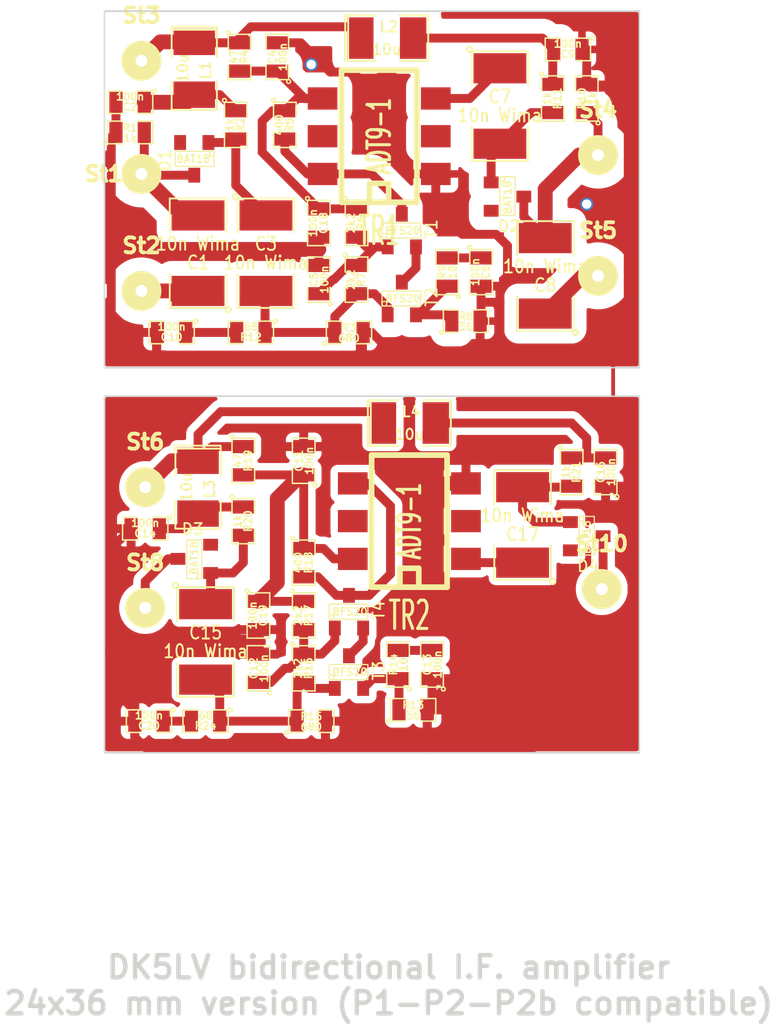
<source format=kicad_pcb>
(kicad_pcb (version 20221018) (generator pcbnew)
  (layers (0 "F.Cu" signal "Dessus.Cu") (31 "B.Cu" signal "Dessous.Cu") (34 "B.Paste" user "Dessous.Pate") (35 "F.Paste" user "Dessus.Pate") (36 "B.SilkS" user "Dessous.SilkS") (37 "F.SilkS" user "Dessus.SilkS") (38 "B.Mask" user "Dessous.Masque") (39 "F.Mask" user "Dessus.Masque") (44 "Edge.Cuts" user "Contours.Ci"))
  (net 0 "")
  (net 1 "GND")
  (net 2 "N-000001")
  (net 3 "N-0000010")
  (net 4 "N-0000011")
  (net 5 "N-0000012")
  (net 6 "N-0000013")
  (net 7 "N-0000014")
  (net 8 "N-0000015")
  (net 9 "N-0000016")
  (net 10 "N-0000017")
  (net 11 "N-0000019")
  (net 12 "N-000002")
  (net 13 "N-0000022")
  (net 14 "N-0000023")
  (net 15 "N-0000024")
  (net 16 "N-0000026")
  (net 17 "N-0000027")
  (net 18 "N-0000028")
  (net 19 "N-0000029")
  (net 20 "N-000003")
  (net 21 "N-0000030")
  (net 22 "N-0000031")
  (net 23 "N-0000032")
  (net 24 "N-0000033")
  (net 25 "N-0000034")
  (net 26 "N-0000035")
  (net 27 "N-0000036")
  (net 28 "N-0000037")
  (net 29 "N-0000038")
  (net 30 "N-0000039")
  (net 31 "N-000005")
  (net 32 "N-000006")
  (net 33 "N-000007")
  (net 34 "N-000008")
  (net 35 "N-000009")
  (footprint "SOT23" (layer "F.Cu") (at 335.534 216.154 180)
    (fp_text reference "D1")
    (fp_text value "BAT18")
  )
  (footprint "SOT23" (layer "F.Cu") (at 361.95 241.554 -90)
    (fp_text reference "D4")
    (fp_text value "BAT18")
  )
  (footprint "SOT23" (layer "F.Cu") (at 345.948 250.698)
    (fp_text reference "T3")
    (fp_text value "BFS20")
  )
  (footprint "SOT23" (layer "F.Cu") (at 345.948 246.634)
    (fp_text reference "T4")
    (fp_text value "BFS20")
  )
  (footprint "SOT23" (layer "F.Cu") (at 335.534 243.078 90)
    (fp_text reference "D3")
    (fp_text value "BAT18")
  )
  (footprint "SOT23" (layer "F.Cu") (at 356.616 218.694 -90)
    (fp_text reference "D2")
    (fp_text value "BAT18")
  )
  (footprint "SOT23" (layer "F.Cu") (at 349.504 225.552)
    (fp_text reference "T2")
    (fp_text value "BFS20")
  )
  (footprint "SOT23" (layer "F.Cu") (at 349.504 220.98)
    (fp_text reference "T1")
    (fp_text value "BFS20")
  )
  (footprint "SM1812L" (layer "F.Cu") (at 335.788 222.504 90)
    (fp_text reference "C1")
    (fp_text value "10n Wima")
  )
  (footprint "SM1812L" (layer "F.Cu") (at 357.632 240.792 90)
    (fp_text reference "C17")
    (fp_text value "10n Wima")
  )
  (footprint "SM1812L" (layer "F.Cu") (at 336.296 248.666 -90)
    (fp_text reference "C15")
    (fp_text value "10n Wima")
  )
  (footprint "SM1812L" (layer "F.Cu") (at 359.156 224.028 90)
    (fp_text reference "C8")
    (fp_text value "10n Wima")
  )
  (footprint "SM1812L" (layer "F.Cu") (at 356.108 212.598 -90)
    (fp_text reference "C7")
    (fp_text value "10n Wima")
  )
  (footprint "SM1812L" (layer "F.Cu") (at 340.36 222.504 -90)
    (fp_text reference "C3")
    (fp_text value "10n Wima")
  )
  (footprint "SM1210L" (layer "F.Cu") (at 335.788 238.252 -90)
    (fp_text reference "L3")
    (fp_text value "10u")
  )
  (footprint "SM1210L" (layer "F.Cu") (at 348.488 208.026)
    (fp_text reference "L2")
    (fp_text value "10u")
  )
  (footprint "SM1210L" (layer "F.Cu") (at 350.012 233.934)
    (fp_text reference "L4")
    (fp_text value "10u")
  )
  (footprint "SM1210L" (layer "F.Cu") (at 335.534 210.058 -90)
    (fp_text reference "L1")
    (fp_text value "10u")
  )
  (footprint "SM0805" (layer "F.Cu") (at 343.408 254)
    (fp_text reference "R15")
    (fp_text value "680")
  )
  (footprint "SM0805" (layer "F.Cu") (at 336.296 254 180)
    (fp_text reference "R24")
    (fp_text value "68")
  )
  (footprint "SM0805" (layer "F.Cu") (at 342.9 250.444 -90)
    (fp_text reference "R16")
    (fp_text value "2k2")
  )
  (footprint "SM0805" (layer "F.Cu") (at 339.852 250.444 90)
    (fp_text reference "C12")
    (fp_text value "100n")
  )
  (footprint "SM0805" (layer "F.Cu") (at 342.9 246.888 -90)
    (fp_text reference "R17")
    (fp_text value "2k2")
  )
  (footprint "SM0805" (layer "F.Cu") (at 339.852 246.888 -90)
    (fp_text reference "C19")
    (fp_text value "100n")
  )
  (footprint "SM0805" (layer "F.Cu") (at 342.9 243.332 -90)
    (fp_text reference "R18")
    (fp_text value "400")
  )
  (footprint "SM0805" (layer "F.Cu") (at 338.836 236.474 -90)
    (fp_text reference "R19")
    (fp_text value "47")
  )
  (footprint "SM0805" (layer "F.Cu") (at 342.9 236.474 90)
    (fp_text reference "C11")
    (fp_text value "100n")
  )
  (footprint "SM0805" (layer "F.Cu") (at 361.95 212.09 90)
    (fp_text reference "R10")
    (fp_text value "1k")
  )
  (footprint "SM0805" (layer "F.Cu") (at 331.216 212.344 180)
    (fp_text reference "C2")
    (fp_text value "100n")
  )
  (footprint "SM0805" (layer "F.Cu") (at 338.328 213.868 -90)
    (fp_text reference "R2")
    (fp_text value "1k")
  )
  (footprint "SM0805" (layer "F.Cu") (at 360.934 237.236 -90)
    (fp_text reference "R21")
    (fp_text value "1k")
  )
  (footprint "SM0805" (layer "F.Cu") (at 363.22 237.236 90)
    (fp_text reference "C16")
    (fp_text value "100n")
  )
  (footprint "SM0805" (layer "F.Cu") (at 350.266 253.238)
    (fp_text reference "R13")
    (fp_text value "56")
  )
  (footprint "SM0805" (layer "F.Cu") (at 349.25 250.19 90)
    (fp_text reference "R14")
    (fp_text value "10")
  )
  (footprint "SM0805" (layer "F.Cu") (at 351.536 250.19 90)
    (fp_text reference "C13")
    (fp_text value "100n")
  )
  (footprint "SM0805" (layer "F.Cu") (at 332.486 254 180)
    (fp_text reference "C20")
    (fp_text value "100n")
  )
  (footprint "SM0805" (layer "F.Cu") (at 338.582 209.296 -90)
    (fp_text reference "R4")
    (fp_text value "47")
  )
  (footprint "SM0805" (layer "F.Cu") (at 341.122 209.296 90)
    (fp_text reference "C4")
    (fp_text value "100n")
  )
  (footprint "SM0805" (layer "F.Cu") (at 331.216 214.376)
    (fp_text reference "R1")
    (fp_text value "1k")
  )
  (footprint "SM0805" (layer "F.Cu") (at 343.916 220.472 -90)
    (fp_text reference "C18")
    (fp_text value "100n")
  )
  (footprint "SM0805" (layer "F.Cu") (at 346.456 220.472 -90)
    (fp_text reference "R6")
    (fp_text value "2k2")
  )
  (footprint "SM0805" (layer "F.Cu") (at 343.916 224.282 90)
    (fp_text reference "C5")
    (fp_text value "100n")
  )
  (footprint "SM0805" (layer "F.Cu") (at 346.456 224.282 -90)
    (fp_text reference "R7")
    (fp_text value "2k2")
  )
  (footprint "SM0805" (layer "F.Cu") (at 359.664 212.09 -90)
    (fp_text reference "R11")
    (fp_text value "1k")
  )
  (footprint "SM0805" (layer "F.Cu") (at 360.68 208.788 180)
    (fp_text reference "C9")
    (fp_text value "100n")
  )
  (footprint "SM0805" (layer "F.Cu") (at 353.822 227.076)
    (fp_text reference "R8")
    (fp_text value "56")
  )
  (footprint "SM0805" (layer "F.Cu") (at 352.552 223.774 90)
    (fp_text reference "R9")
    (fp_text value "10")
  )
  (footprint "SM0805" (layer "F.Cu") (at 354.838 223.774 -90)
    (fp_text reference "C6")
    (fp_text value "100n")
  )
  (footprint "SM0805" (layer "F.Cu") (at 345.948 227.838)
    (fp_text reference "R3")
    (fp_text value "680")
  )
  (footprint "SM0805" (layer "F.Cu") (at 334.01 227.838 180)
    (fp_text reference "C10")
    (fp_text value "100n")
  )
  (footprint "SM0805" (layer "F.Cu") (at 338.836 240.538 -90)
    (fp_text reference "R20")
    (fp_text value "1k")
  )
  (footprint "SM0805" (layer "F.Cu") (at 339.344 227.838 180)
    (fp_text reference "R12")
    (fp_text value "68")
  )
  (footprint "SM0805" (layer "F.Cu") (at 332.232 241.046 180)
    (fp_text reference "C14")
    (fp_text value "100n")
  )
  (footprint "SM0805" (layer "F.Cu") (at 341.63 213.868 -90)
    (fp_text reference "R5")
    (fp_text value "400")
  )
  (footprint "DIP-6__300" (layer "F.Cu") (at 350.012 240.538 90)
    (fp_text reference "TR2")
    (fp_text value "ADT9-1")
  )
  (footprint "DIP-6__300" (layer "F.Cu") (at 347.98 214.63 90)
    (fp_text reference "TR1")
    (fp_text value "ADT9-1")
  )
  (footprint "1pin_sm" (layer "F.Cu") (at 362.712 224.028)
    (fp_text reference "St5")
    (fp_text value "CONN_1" hide)
  )
  (footprint "1pin_sm" (layer "F.Cu") (at 331.978 225.044)
    (fp_text reference "St2")
    (fp_text value "CONN_1" hide)
  )
  (footprint "1pin_sm" (layer "F.Cu") (at 332.232 238.252)
    (fp_text reference "St6")
    (fp_text value "CONN_1" hide)
  )
  (footprint "1pin_sm" (layer "F.Cu") (at 331.978 209.55)
    (fp_text reference "St3")
    (fp_text value "CONN_1" hide)
  )
  (footprint "1pin_sm" (layer "F.Cu") (at 331.978 217.17)
    (fp_text reference "St1")
    (fp_text value "CONN_1" hide)
  )
  (footprint "1pin_sm" (layer "F.Cu") (at 362.966 245.11)
    (fp_text reference "St10")
    (fp_text value "CONN_1" hide)
  )
  (footprint "1pin_sm" (layer "F.Cu") (at 332.232 246.38)
    (fp_text reference "St8")
    (fp_text value "CONN_1" hide)
  )
  (footprint "1pin_sm" (layer "F.Cu") (at 362.712 215.9)
    (fp_text reference "St4")
    (fp_text value "CONN_1" hide)
  )
  (gr_line (start 329.49 256.13) (end 329.49 232.13) (stroke (width 0.1)) (layer "Edge.Cuts"))
  (gr_line (start 329.49 206.21) (end 365.49 206.21) (stroke (width 0.1)) (layer "Edge.Cuts"))
  (gr_line (start 329.49 232.13) (end 365.49 232.13) (stroke (width 0.1)) (layer "Edge.Cuts"))
  (gr_line (start 329.49 230.21) (end 329.49 206.21) (stroke (width 0.1)) (layer "Edge.Cuts"))
  (gr_line (start 329.49 206.21) (end 365.49 206.21) (stroke (width 0.1)) (layer "Edge.Cuts"))
  (gr_line (start 365.49 230.21) (end 329.49 230.21) (stroke (width 0.1)) (layer "Edge.Cuts"))
  (gr_line (start 365.49 256.13) (end 329.49 256.13) (stroke (width 0.1)) (layer "Edge.Cuts"))
  (gr_line (start 365.49 232.13) (end 365.49 256.13) (stroke (width 0.1)) (layer "Edge.Cuts"))
  (gr_line (start 365.49 206.21) (end 365.49 230.21) (stroke (width 0.1)) (layer "Edge.Cuts"))
  (gr_text "DK5LV bidirectional I.F. amplifier\n24x36 mm version (P1-P2-P2b compatible)" (at 348.615 271.78) (layer "Edge.Cuts") (effects (font (size 1.5 1.5) (thickness 0.3))))
  (segment (start 343.916 222.25) (end 343.916 223.3295) (width 0.6) (layer "F.Cu") (net 1))
  (segment (start 330.454 222.25) (end 329.946 222.758) (width 0.6) (layer "F.Cu") (net 1))
  (segment (start 329.946 222.758) (end 329.946 223.012) (width 0.6) (layer "F.Cu") (net 1))
  (segment (start 329.946 226.568) (end 330.073 226.695) (width 0.6) (layer "F.Cu") (net 1))
  (segment (start 331.216 227.838) (end 333.0575 227.838) (width 0.6) (layer "F.Cu") (net 1))
  (segment (start 354.838 227.0125) (end 354.7745 227.076) (width 0.6) (layer "F.Cu") (net 1))
  (segment (start 329.946 223.012) (end 329.946 226.568) (width 0.6) (layer "F.Cu") (net 1))
  (segment (start 329.946 214.6935) (end 330.2635 214.376) (width 0.6) (layer "F.Cu") (net 1))
  (segment (start 342.7095 208.3435) (end 343.408 209.042) (width 0.6) (layer "F.Cu") (net 1))
  (segment (start 344.678 210.312) (end 346.202 210.312) (width 0.6) (layer "F.Cu") (net 1))
  (segment (start 346.202 210.312) (end 347.472 211.582) (width 0.6) (layer "F.Cu") (net 1))
  (segment (start 348.488 212.598) (end 348.488 215.9) (width 0.6) (layer "F.Cu") (net 1))
  (segment (start 348.488 215.9) (end 349.758 217.17) (width 0.6) (layer "F.Cu") (net 1))
  (segment (start 349.758 217.17) (end 351.79 217.17) (width 0.6) (layer "F.Cu") (net 1))
  (segment (start 351.79 219.456) (end 353.568 221.234) (width 0.6) (layer "F.Cu") (net 1))
  (segment (start 353.568 221.234) (end 355.854 221.234) (width 0.6) (layer "F.Cu") (net 1))
  (segment (start 355.854 221.234) (end 356.616 221.996) (width 0.6) (layer "F.Cu") (net 1))
  (segment (start 356.616 221.996) (end 356.616 224.282) (width 0.6) (layer "F.Cu") (net 1))
  (segment (start 356.616 224.282) (end 356.1715 224.7265) (width 0.6) (layer "F.Cu") (net 1))
  (segment (start 356.1715 224.7265) (end 354.838 224.7265) (width 0.6) (layer "F.Cu") (net 1))
  (segment (start 347.472 227.838) (end 348.996 229.362) (width 0.6) (layer "F.Cu") (net 1))
  (segment (start 348.996 229.362) (end 350.774 229.362) (width 0.6) (layer "F.Cu") (net 1))
  (segment (start 354.076 229.362) (end 354.7745 228.6635) (width 0.6) (layer "F.Cu") (net 1))
  (segment (start 354.7745 228.6635) (end 354.7745 227.076) (width 0.6) (layer "F.Cu") (net 1))
  (segment (start 330.073 226.695) (end 331.216 227.838) (width 0.6) (layer "F.Cu") (net 1))
  (segment (start 330.073 228.473) (end 330.962 229.362) (width 0.6) (layer "F.Cu") (net 1))
  (segment (start 330.962 229.362) (end 332.994 229.362) (width 0.6) (layer "F.Cu") (net 1))
  (segment (start 350.774 229.362) (end 353.822 229.362) (width 0.6) (layer "F.Cu") (net 1))
  (segment (start 353.822 229.362) (end 354.076 229.362) (width 0.6) (layer "F.Cu") (net 1))
  (segment (start 362.458 229.362) (end 363.728 228.092) (width 0.6) (layer "F.Cu") (net 1))
  (segment (start 364.744 227.076) (end 364.744 219.202) (width 0.6) (layer "F.Cu") (net 1))
  (segment (start 364.744 211.836) (end 364.236 211.328) (width 0.6) (layer "F.Cu") (net 1))
  (segment (start 364.236 211.328) (end 362.1405 211.328) (width 0.6) (layer "F.Cu") (net 1))
  (segment (start 362.1405 211.328) (end 361.95 211.1375) (width 0.6) (layer "F.Cu") (net 1))
  (segment (start 361.95 209.1055) (end 361.6325 208.788) (width 0.6) (layer "F.Cu") (net 1))
  (segment (start 347.472 211.582) (end 348.488 212.598) (width 0.6) (layer "F.Cu") (net 1))
  (segment (start 364.744 219.202) (end 364.744 211.836) (width 0.6) (layer "F.Cu") (net 1))
  (segment (start 356.108 229.362) (end 361.188 229.362) (width 0.6) (layer "F.Cu") (net 1))
  (segment (start 356.108 224.7265) (end 356.1715 224.7265) (width 0.6) (layer "F.Cu") (net 1))
  (segment (start 356.108 225.806) (end 356.108 224.7265) (width 0.6) (layer "F.Cu") (net 1))
  (segment (start 354.838 225.806) (end 354.838 227.0125) (width 0.6) (layer "F.Cu") (net 1))
  (segment (start 346.71 229.362) (end 350.774 229.362) (width 0.6) (layer "F.Cu") (net 1))
  (segment (start 346.71 228.0285) (end 346.9005 227.838) (width 0.6) (layer "F.Cu") (net 1))
  (segment (start 332.994 229.362) (end 346.71 229.362) (width 0.6) (layer "F.Cu") (net 1))
  (segment (start 332.994 227.9015) (end 333.0575 227.838) (width 0.6) (layer "F.Cu") (net 1))
  (segment (start 343.408 209.042) (end 344.678 210.312) (width 0.6) (layer "F.Cu") (net 1))
  (segment (start 351.536 252.9205) (end 351.2185 253.238) (width 0.6) (layer "F.Cu") (net 1))
  (segment (start 352.552 237.998) (end 351.028 239.522) (width 1) (layer "F.Cu") (net 1))
  (segment (start 351.028 239.522) (end 351.028 244.602) (width 1) (layer "F.Cu") (net 1))
  (segment (start 351.028 244.602) (end 353.568 247.142) (width 1) (layer "F.Cu") (net 1))
  (segment (start 353.568 247.142) (end 353.568 250.8885) (width 1) (layer "F.Cu") (net 1))
  (segment (start 353.568 250.8885) (end 351.2185 253.238) (width 1) (layer "F.Cu") (net 1))
  (segment (start 363.6645 238.1885) (end 364.998 239.522) (width 0.6) (layer "F.Cu") (net 1))
  (segment (start 364.998 239.522) (end 364.998 249.174) (width 0.6) (layer "F.Cu") (net 1))
  (segment (start 364.998 249.174) (end 361.188 252.984) (width 0.6) (layer "F.Cu") (net 1))
  (segment (start 360.934 253.238) (end 351.2185 253.238) (width 0.6) (layer "F.Cu") (net 1))
  (segment (start 331.5335 255.0795) (end 332.232 255.778) (width 0.6) (layer "F.Cu") (net 1))
  (segment (start 332.232 255.778) (end 344.424 255.778) (width 0.6) (layer "F.Cu") (net 1))
  (segment (start 358.394 255.778) (end 361.188 252.984) (width 0.6) (layer "F.Cu") (net 1))
  (segment (start 361.188 252.984) (end 360.934 253.238) (width 0.6) (layer "F.Cu") (net 1))
  (segment (start 351.2185 255.778) (end 351.028 255.778) (width 0.6) (layer "F.Cu") (net 1))
  (segment (start 351.028 255.778) (end 358.394 255.778) (width 0.6) (layer "F.Cu") (net 1))
  (segment (start 344.3605 255.778) (end 344.424 255.778) (width 0.6) (layer "F.Cu") (net 1))
  (segment (start 344.424 255.778) (end 348.996 255.778) (width 0.6) (layer "F.Cu") (net 1))
  (segment (start 345.7575 235.5215) (end 346.456 236.22) (width 0.6) (layer "F.Cu") (net 1))
  (segment (start 346.456 236.22) (end 348.996 236.22) (width 0.6) (layer "F.Cu") (net 1))
  (segment (start 348.996 236.22) (end 350.774 237.998) (width 0.6) (layer "F.Cu") (net 1))
  (segment (start 350.774 237.998) (end 353.822 237.998) (width 0.6) (layer "F.Cu") (net 1))
  (segment (start 331.5335 253.3015) (end 329.946 251.714) (width 0.6) (layer "F.Cu") (net 1))
  (segment (start 329.946 251.714) (end 329.946 249.428) (width 0.6) (layer "F.Cu") (net 1))
  (segment (start 329.946 242.3795) (end 331.2795 241.046) (width 0.6) (layer "F.Cu") (net 1))
  (segment (start 347.218 254) (end 348.996 255.778) (width 0.6) (layer "F.Cu") (net 1))
  (segment (start 348.996 255.778) (end 351.028 255.778) (width 0.6) (layer "F.Cu") (net 1))
  (segment (start 339.852 248.666) (end 339.852 247.8405) (width 0.6) (layer "F.Cu") (net 1))
  (segment (start 330.708 248.666) (end 329.946 249.428) (width 1) (layer "F.Cu") (net 1))
  (segment (start 329.946 249.428) (end 329.946 242.3795) (width 0.6) (layer "F.Cu") (net 1))
  (segment (start 361.188 229.362) (end 362.458 229.362) (width 0.6) (layer "F.Cu") (net 1))
  (segment (start 363.728 228.092) (end 364.744 227.076) (width 0.6) (layer "F.Cu") (net 1))
  (segment (start 363.728 233.172) (end 364.998 234.442) (width 0.254) (layer "F.Cu") (net 1))
  (segment (start 364.998 234.442) (end 364.998 239.522) (width 0.254) (layer "F.Cu") (net 1))
  (segment (start 343.916 222.25) (end 330.454 222.25) (width 1) (layer "F.Cu") (net 1))
  (segment (start 361.95 211.1375) (end 361.95 209.1055) (width 0.6) (layer "F.Cu") (net 1))
  (segment (start 346.71 229.362) (end 346.71 228.0285) (width 0.6) (layer "F.Cu") (net 1))
  (segment (start 353.822 237.998) (end 352.552 237.998) (width 1) (layer "F.Cu") (net 1))
  (segment (start 363.22 238.1885) (end 363.6645 238.1885) (width 0.6) (layer "F.Cu") (net 1))
  (segment (start 343.408 209.042) (end 343.408 209.804) (width 0.6) (layer "F.Cu") (net 1))
  (segment (start 363.728 228.092) (end 363.728 233.172) (width 0.254) (layer "F.Cu") (net 1))
  (segment (start 331.5335 254) (end 331.5335 255.0795) (width 0.6) (layer "F.Cu") (net 1))
  (segment (start 344.3605 254) (end 347.218 254) (width 0.6) (layer "F.Cu") (net 1))
  (segment (start 364.744 219.202) (end 361.95 219.202) (width 1) (layer "F.Cu") (net 1))
  (segment (start 351.79 217.17) (end 351.79 219.456) (width 0.6) (layer "F.Cu") (net 1))
  (segment (start 351.2185 253.238) (end 351.2185 255.778) (width 0.6) (layer "F.Cu") (net 1))
  (segment (start 330.2635 212.344) (end 330.2635 214.376) (width 0.6) (layer "F.Cu") (net 1))
  (segment (start 351.536 251.1425) (end 351.536 252.9205) (width 0.6) (layer "F.Cu") (net 1))
  (segment (start 339.852 248.666) (end 330.708 248.666) (width 1) (layer "F.Cu") (net 1))
  (segment (start 354.838 224.7265) (end 354.838 225.806) (width 0.6) (layer "F.Cu") (net 1))
  (segment (start 341.122 208.3435) (end 342.7095 208.3435) (width 0.6) (layer "F.Cu") (net 1))
  (segment (start 346.9005 227.838) (end 347.472 227.838) (width 0.6) (layer "F.Cu") (net 1))
  (segment (start 330.073 226.695) (end 330.073 228.473) (width 0.6) (layer "F.Cu") (net 1))
  (segment (start 329.946 223.012) (end 329.946 214.6935) (width 0.6) (layer "F.Cu") (net 1))
  (segment (start 332.994 229.362) (end 332.994 227.9015) (width 0.6) (layer "F.Cu") (net 1))
  (segment (start 331.5335 254) (end 331.5335 253.3015) (width 0.6) (layer "F.Cu") (net 1))
  (segment (start 339.852 249.4915) (end 339.852 248.666) (width 0.6) (layer "F.Cu") (net 1))
  (segment (start 356.108 229.362) (end 356.108 225.806) (width 0.6) (layer "F.Cu") (net 1))
  (segment (start 343.916 221.4245) (end 343.916 222.25) (width 0.6) (layer "F.Cu") (net 1))
  (segment (start 344.3605 254) (end 344.3605 255.778) (width 0.6) (layer "F.Cu") (net 1))
  (segment (start 353.822 229.362) (end 356.108 229.362) (width 0.6) (layer "F.Cu") (net 1))
  (segment (start 356.108 225.806) (end 354.838 225.806) (width 0.6) (layer "F.Cu") (net 1))
  (segment (start 342.9 235.5215) (end 345.7575 235.5215) (width 0.6) (layer "F.Cu") (net 1))
  (via (at 343.408 209.804) (size 0.889) (drill 0.635) (layers "F.Cu" "B.Cu") (net 1))
  (via (at 361.95 219.202) (size 0.889) (drill 0.635) (layers "F.Cu" "B.Cu") (net 1))
  (segment (start 347.55582 251.1425) (end 346.9005 251.79782) (width 0.6) (layer "F.Cu") (net 2))
  (segment (start 349.3135 251.206) (end 349.25 251.1425) (width 0.6) (layer "F.Cu") (net 2))
  (segment (start 349.3135 253.238) (end 349.3135 251.206) (width 0.6) (layer "F.Cu") (net 2))
  (segment (start 349.25 251.1425) (end 347.55582 251.1425) (width 0.6) (layer "F.Cu") (net 2))
  (segment (start 342.4555 251.841) (end 342.9 251.3965) (width 0.6) (layer "F.Cu") (net 3))
  (segment (start 337.2485 252.1585) (end 336.296 251.206) (width 0.6) (layer "F.Cu") (net 3))
  (segment (start 343.30132 251.79782) (end 342.9 251.3965) (width 0.6) (layer "F.Cu") (net 3))
  (segment (start 344.9955 251.79782) (end 343.30132 251.79782) (width 0.6) (layer "F.Cu") (net 3))
  (segment (start 337.2485 254) (end 342.4555 254) (width 0.6) (layer "F.Cu") (net 3))
  (segment (start 342.4555 254) (end 342.4555 251.841) (width 0.6) (layer "F.Cu") (net 3))
  (segment (start 337.2485 254) (end 337.2485 252.1585) (width 0.6) (layer "F.Cu") (net 3))
  (segment (start 347.218 237.998) (end 348.742 239.522) (width 0.6) (layer "F.Cu") (net 4))
  (segment (start 348.742 239.522) (end 348.742 244.094) (width 0.6) (layer "F.Cu") (net 4))
  (segment (start 348.742 244.094) (end 347.30182 245.53418) (width 0.6) (layer "F.Cu") (net 4))
  (segment (start 347.30182 245.53418) (end 345.948 245.53418) (width 0.6) (layer "F.Cu") (net 4))
  (segment (start 343.8525 244.2845) (end 345.10218 245.53418) (width 0.6) (layer "F.Cu") (net 4))
  (segment (start 345.10218 245.53418) (end 345.948 245.53418) (width 0.6) (layer "F.Cu") (net 4))
  (segment (start 342.9 244.2845) (end 343.8525 244.2845) (width 0.6) (layer "F.Cu") (net 4))
  (segment (start 346.202 237.998) (end 347.218 237.998) (width 0.6) (layer "F.Cu") (net 4))
  (segment (start 346.9005 248.64568) (end 345.948 249.59818) (width 0.6) (layer "F.Cu") (net 5))
  (segment (start 346.9005 247.73382) (end 346.9005 248.64568) (width 0.6) (layer "F.Cu") (net 5))
  (segment (start 333.756 243.078) (end 332.232 244.602) (width 0.6) (layer "F.Cu") (net 6))
  (segment (start 332.232 244.602) (end 332.232 246.38) (width 0.6) (layer "F.Cu") (net 6))
  (segment (start 334.43418 243.078) (end 333.756 243.078) (width 0.6) (layer "F.Cu") (net 6))
  (segment (start 332.1685 216.9795) (end 331.978 217.17) (width 0.6) (layer "F.Cu") (net 7))
  (segment (start 332.06182 217.25382) (end 331.978 217.17) (width 0.6) (layer "F.Cu") (net 7))
  (segment (start 334.772 219.964) (end 331.978 217.17) (width 1) (layer "F.Cu") (net 7))
  (segment (start 332.1685 214.376) (end 332.1685 216.9795) (width 0.6) (layer "F.Cu") (net 7))
  (segment (start 335.534 217.25382) (end 332.06182 217.25382) (width 0.6) (layer "F.Cu") (net 7))
  (segment (start 335.788 219.964) (end 334.772 219.964) (width 1) (layer "F.Cu") (net 7))
  (segment (start 363.04982 245.02618) (end 362.966 245.11) (width 0.6) (layer "F.Cu") (net 8))
  (segment (start 363.04982 241.554) (end 363.04982 245.02618) (width 0.6) (layer "F.Cu") (net 8))
  (segment (start 350.4565 223.49968) (end 349.504 224.45218) (width 0.6) (layer "F.Cu") (net 9))
  (segment (start 350.4565 222.07982) (end 350.4565 223.49968) (width 0.6) (layer "F.Cu") (net 9))
  (segment (start 354.076 212.09) (end 356.108 210.058) (width 0.6) (layer "F.Cu") (net 10))
  (segment (start 351.79 212.09) (end 354.076 212.09) (width 0.6) (layer "F.Cu") (net 10))
  (segment (start 354.076 243.332) (end 353.822 243.078) (width 0.6) (layer "F.Cu") (net 11))
  (segment (start 357.632 243.332) (end 354.076 243.332) (width 0.6) (layer "F.Cu") (net 11))
  (segment (start 360.8705 238.252) (end 360.934 238.1885) (width 0.6) (layer "F.Cu") (net 12))
  (segment (start 358.4575 240.6015) (end 357.632 239.776) (width 0.6) (layer "F.Cu") (net 12))
  (segment (start 357.632 239.776) (end 357.632 238.252) (width 0.6) (layer "F.Cu") (net 12))
  (segment (start 357.632 238.252) (end 360.8705 238.252) (width 0.6) (layer "F.Cu") (net 12))
  (segment (start 360.85018 240.6015) (end 358.4575 240.6015) (width 0.6) (layer "F.Cu") (net 12))
  (segment (start 352.552 222.8215) (end 354.838 222.8215) (width 0.6) (layer "F.Cu") (net 13))
  (segment (start 361.696 224.028) (end 359.156 226.568) (width 1) (layer "F.Cu") (net 14))
  (segment (start 362.712 224.028) (end 361.696 224.028) (width 1) (layer "F.Cu") (net 14))
  (segment (start 336.1055 225.552) (end 334.2005 225.552) (width 0.6) (layer "F.Cu") (net 15))
  (segment (start 331.978 225.044) (end 335.788 225.044) (width 1) (layer "F.Cu") (net 15))
  (segment (start 334.9625 227.838) (end 338.3915 227.838) (width 0.6) (layer "F.Cu") (net 16))
  (segment (start 338.09432 215.05418) (end 338.328 214.8205) (width 0.6) (layer "F.Cu") (net 17))
  (segment (start 338.328 217.932) (end 340.36 219.964) (width 0.6) (layer "F.Cu") (net 17))
  (segment (start 338.328 214.8205) (end 338.328 217.932) (width 0.6) (layer "F.Cu") (net 17))
  (segment (start 336.4865 215.05418) (end 338.09432 215.05418) (width 0.6) (layer "F.Cu") (net 17))
  (segment (start 349.504 219.202) (end 347.472 217.17) (width 0.6) (layer "F.Cu") (net 18))
  (segment (start 347.472 217.17) (end 344.17 217.17) (width 0.6) (layer "F.Cu") (net 18))
  (segment (start 341.63 215.646) (end 343.154 217.17) (width 0.6) (layer "F.Cu") (net 18))
  (segment (start 343.154 217.17) (end 344.17 217.17) (width 0.6) (layer "F.Cu") (net 18))
  (segment (start 341.63 214.8205) (end 341.63 215.646) (width 0.6) (layer "F.Cu") (net 18))
  (segment (start 349.504 219.88018) (end 349.504 219.202) (width 0.6) (layer "F.Cu") (net 18))
  (segment (start 345.8845 223.3295) (end 344.932 224.282) (width 0.6) (layer "F.Cu") (net 19))
  (segment (start 344.932 224.282) (end 344.8685 224.282) (width 0.6) (layer "F.Cu") (net 19))
  (segment (start 344.8685 224.282) (end 343.916 225.2345) (width 0.6) (layer "F.Cu") (net 19))
  (segment (start 347.11132 222.07982) (end 346.456 221.4245) (width 0.6) (layer "F.Cu") (net 19))
  (segment (start 347.70568 222.07982) (end 346.456 223.3295) (width 0.6) (layer "F.Cu") (net 19))
  (segment (start 346.456 223.3295) (end 345.8845 223.3295) (width 0.6) (layer "F.Cu") (net 19))
  (segment (start 348.5515 222.07982) (end 347.70568 222.07982) (width 0.6) (layer "F.Cu") (net 19))
  (segment (start 348.5515 222.07982) (end 347.11132 222.07982) (width 0.6) (layer "F.Cu") (net 19))
  (segment (start 360.934 233.934) (end 361.95 234.95) (width 0.6) (layer "F.Cu") (net 20))
  (segment (start 361.95 234.95) (end 361.95 236.2835) (width 0.6) (layer "F.Cu") (net 20))
  (segment (start 361.95 236.2835) (end 360.934 236.2835) (width 0.6) (layer "F.Cu") (net 20))
  (segment (start 363.22 236.2835) (end 361.95 236.2835) (width 0.6) (layer "F.Cu") (net 20))
  (segment (start 351.79 233.934) (end 360.934 233.934) (width 0.6) (layer "F.Cu") (net 20))
  (segment (start 333.248 208.28) (end 331.978 209.55) (width 1) (layer "F.Cu") (net 21))
  (segment (start 335.5975 208.3435) (end 335.534 208.28) (width 0.6) (layer "F.Cu") (net 21))
  (segment (start 338.582 208.026) (end 339.344 207.264) (width 0.6) (layer "F.Cu") (net 21))
  (segment (start 339.344 207.264) (end 345.948 207.264) (width 0.6) (layer "F.Cu") (net 21))
  (segment (start 345.948 207.264) (end 346.71 208.026) (width 0.6) (layer "F.Cu") (net 21))
  (segment (start 338.582 208.3435) (end 335.5975 208.3435) (width 0.6) (layer "F.Cu") (net 21))
  (segment (start 335.534 208.28) (end 333.248 208.28) (width 1) (layer "F.Cu") (net 21))
  (segment (start 338.582 208.3435) (end 338.582 208.026) (width 0.6) (layer "F.Cu") (net 21))
  (segment (start 340.2965 225.1075) (end 340.36 225.044) (width 0.6) (layer "F.Cu") (net 22))
  (segment (start 346.456 225.298) (end 344.9955 226.7585) (width 0.6) (layer "F.Cu") (net 22))
  (segment (start 344.9955 226.7585) (end 344.9955 227.838) (width 0.6) (layer "F.Cu") (net 22))
  (segment (start 348.5515 226.1235) (end 347.6625 225.2345) (width 0.6) (layer "F.Cu") (net 22))
  (segment (start 347.6625 225.2345) (end 346.456 225.2345) (width 0.6) (layer "F.Cu") (net 22))
  (segment (start 340.2965 227.838) (end 344.9955 227.838) (width 0.6) (layer "F.Cu") (net 22))
  (segment (start 346.456 225.2345) (end 346.456 225.298) (width 0.6) (layer "F.Cu") (net 22))
  (segment (start 340.2965 227.838) (end 340.2965 225.1075) (width 0.6) (layer "F.Cu") (net 22))
  (segment (start 348.5515 226.65182) (end 348.5515 226.1235) (width 0.6) (layer "F.Cu") (net 22))
  (segment (start 335.026 212.344) (end 335.534 211.836) (width 1) (layer "F.Cu") (net 23))
  (segment (start 337.2485 211.836) (end 338.328 212.9155) (width 0.6) (layer "F.Cu") (net 23))
  (segment (start 332.1685 212.344) (end 335.026 212.344) (width 1) (layer "F.Cu") (net 23))
  (segment (start 335.534 211.836) (end 337.2485 211.836) (width 0.6) (layer "F.Cu") (net 23))
  (segment (start 342.4555 212.09) (end 341.63 212.9155) (width 0.6) (layer "F.Cu") (net 24))
  (segment (start 342.9635 212.09) (end 341.122 210.2485) (width 0.6) (layer "F.Cu") (net 24))
  (segment (start 340.8045 212.9155) (end 340.106 213.614) (width 0.6) (layer "F.Cu") (net 24))
  (segment (start 340.106 213.614) (end 340.106 215.7095) (width 0.6) (layer "F.Cu") (net 24))
  (segment (start 340.106 215.7095) (end 343.916 219.5195) (width 0.6) (layer "F.Cu") (net 24))
  (segment (start 341.63 212.9155) (end 340.8045 212.9155) (width 0.6) (layer "F.Cu") (net 24))
  (segment (start 344.17 212.09) (end 342.4555 212.09) (width 0.6) (layer "F.Cu") (net 24))
  (segment (start 346.456 219.5195) (end 343.916 219.5195) (width 0.6) (layer "F.Cu") (net 24))
  (segment (start 344.17 212.09) (end 342.9635 212.09) (width 0.6) (layer "F.Cu") (net 24))
  (segment (start 338.582 210.2485) (end 341.122 210.2485) (width 0.6) (layer "F.Cu") (net 24))
  (segment (start 344.1065 249.4915) (end 344.9955 248.6025) (width 0.6) (layer "F.Cu") (net 25))
  (segment (start 344.9955 248.6025) (end 344.9955 247.73382) (width 0.6) (layer "F.Cu") (net 25))
  (segment (start 340.6775 251.3965) (end 341.63 250.444) (width 0.6) (layer "F.Cu") (net 25))
  (segment (start 341.63 250.444) (end 341.9475 250.444) (width 0.6) (layer "F.Cu") (net 25))
  (segment (start 341.9475 250.444) (end 342.9 249.4915) (width 0.6) (layer "F.Cu") (net 25))
  (segment (start 342.9 247.8405) (end 342.9 249.4915) (width 0.6) (layer "F.Cu") (net 25))
  (segment (start 339.852 251.3965) (end 340.6775 251.3965) (width 0.6) (layer "F.Cu") (net 25))
  (segment (start 342.9 249.4915) (end 344.1065 249.4915) (width 0.6) (layer "F.Cu") (net 25))
  (segment (start 336.2325 239.5855) (end 335.788 240.03) (width 0.6) (layer "F.Cu") (net 26))
  (segment (start 334.772 241.046) (end 335.788 240.03) (width 0.6) (layer "F.Cu") (net 26))
  (segment (start 333.1845 241.046) (end 334.772 241.046) (width 0.6) (layer "F.Cu") (net 26))
  (segment (start 338.836 239.5855) (end 336.2325 239.5855) (width 0.6) (layer "F.Cu") (net 26))
  (segment (start 341.376 245.9355) (end 339.852 245.9355) (width 0.6) (layer "F.Cu") (net 27))
  (segment (start 344.2335 242.3795) (end 344.932 243.078) (width 0.6) (layer "F.Cu") (net 27))
  (segment (start 344.932 243.078) (end 346.202 243.078) (width 0.6) (layer "F.Cu") (net 27))
  (segment (start 342.7095 237.4265) (end 341.122 239.014) (width 1) (layer "F.Cu") (net 27))
  (segment (start 341.122 239.014) (end 341.122 244.6655) (width 1) (layer "F.Cu") (net 27))
  (segment (start 341.122 244.6655) (end 339.852 245.9355) (width 1) (layer "F.Cu") (net 27))
  (segment (start 342.9 242.3795) (end 344.2335 242.3795) (width 0.6) (layer "F.Cu") (net 27))
  (segment (start 342.9 237.4265) (end 342.9 242.3795) (width 0.6) (layer "F.Cu") (net 27))
  (segment (start 342.9 237.4265) (end 342.7095 237.4265) (width 1) (layer "F.Cu") (net 27))
  (segment (start 342.9 245.9355) (end 341.376 245.9355) (width 0.6) (layer "F.Cu") (net 27))
  (segment (start 342.9 237.4265) (end 338.836 237.4265) (width 0.6) (layer "F.Cu") (net 27))
  (segment (start 352.44532 226.65182) (end 352.8695 227.076) (width 0.6) (layer "F.Cu") (net 28))
  (segment (start 350.62668 226.65182) (end 352.552 224.7265) (width 0.6) (layer "F.Cu") (net 28))
  (segment (start 350.4565 226.65182) (end 352.44532 226.65182) (width 0.6) (layer "F.Cu") (net 28))
  (segment (start 350.4565 226.65182) (end 350.62668 226.65182) (width 0.6) (layer "F.Cu") (net 28))
  (segment (start 355.51618 215.72982) (end 356.108 215.138) (width 0.6) (layer "F.Cu") (net 29))
  (segment (start 358.2035 213.0425) (end 356.108 215.138) (width 0.6) (layer "F.Cu") (net 29))
  (segment (start 355.51618 217.7415) (end 355.51618 215.72982) (width 0.6) (layer "F.Cu") (net 29))
  (segment (start 359.664 213.0425) (end 358.2035 213.0425) (width 0.6) (layer "F.Cu") (net 29))
  (segment (start 359.664 208.8515) (end 359.7275 208.788) (width 0.6) (layer "F.Cu") (net 30))
  (segment (start 358.9655 208.026) (end 359.7275 208.788) (width 0.6) (layer "F.Cu") (net 30))
  (segment (start 359.664 211.1375) (end 359.664 208.8515) (width 0.6) (layer "F.Cu") (net 30))
  (segment (start 350.266 208.026) (end 358.9655 208.026) (width 0.6) (layer "F.Cu") (net 30))
  (segment (start 334.01 236.474) (end 332.232 238.252) (width 1) (layer "F.Cu") (net 31))
  (segment (start 335.788 234.696) (end 337.312 233.172) (width 0.6) (layer "F.Cu") (net 31))
  (segment (start 337.312 233.172) (end 347.472 233.172) (width 0.6) (layer "F.Cu") (net 31))
  (segment (start 347.472 233.172) (end 348.234 233.934) (width 0.6) (layer "F.Cu") (net 31))
  (segment (start 336.7405 235.5215) (end 335.788 236.474) (width 0.6) (layer "F.Cu") (net 31))
  (segment (start 338.836 235.5215) (end 336.7405 235.5215) (width 0.6) (layer "F.Cu") (net 31))
  (segment (start 335.788 236.474) (end 335.788 234.696) (width 0.6) (layer "F.Cu") (net 31))
  (segment (start 335.788 236.474) (end 334.01 236.474) (width 1) (layer "F.Cu") (net 31))
  (segment (start 349.25 249.2375) (end 351.536 249.2375) (width 0.6) (layer "F.Cu") (net 32))
  (segment (start 362.712 213.8045) (end 361.95 213.0425) (width 0.6) (layer "F.Cu") (net 33))
  (segment (start 361.442 215.9) (end 359.156 218.186) (width 1) (layer "F.Cu") (net 33))
  (segment (start 359.156 218.186) (end 359.156 221.488) (width 1) (layer "F.Cu") (net 33))
  (segment (start 357.71582 220.04782) (end 359.156 221.488) (width 0.6) (layer "F.Cu") (net 33))
  (segment (start 357.71582 218.694) (end 357.71582 220.04782) (width 0.6) (layer "F.Cu") (net 33))
  (segment (start 362.712 215.9) (end 361.442 215.9) (width 1) (layer "F.Cu") (net 33))
  (segment (start 362.712 215.9) (end 362.712 213.8045) (width 0.6) (layer "F.Cu") (net 33))
  (segment (start 335.3435 254) (end 333.4385 254) (width 0.6) (layer "F.Cu") (net 34))
  (segment (start 338.836 243.332) (end 338.1375 244.0305) (width 0.6) (layer "F.Cu") (net 35))
  (segment (start 338.1375 244.0305) (end 336.63382 244.0305) (width 0.6) (layer "F.Cu") (net 35))
  (segment (start 336.63382 245.78818) (end 336.296 246.126) (width 0.6) (layer "F.Cu") (net 35))
  (segment (start 336.63382 244.0305) (end 336.63382 245.78818) (width 0.6) (layer "F.Cu") (net 35))
  (segment (start 338.836 241.4905) (end 338.836 243.332) (width 0.6) (layer "F.Cu") (net 35))
  (zone (net 1) (net_name "GND") (layer "F.Cu") (connect_pads (clearance 1.00076)) (min_thickness 0.254) (fill yes (thermal_gap 0.508) (thermal_bridge_width 0.508))
    (polygon (pts (xy 365.506 230.124) (xy 329.438 230.124) (xy 329.438 206.248) (xy 365.506 206.248)))
  )
  (zone (net 1) (net_name "GND") (layer "F.Cu") (connect_pads (clearance 0.5)) (min_thickness 0.254) (fill yes (thermal_gap 0.5) (thermal_bridge_width 0.6))
    (polygon (pts (xy 365.506 256.032) (xy 329.438 256.032) (xy 329.438 232.156) (xy 365.506 232.156)))
  )
)
</source>
